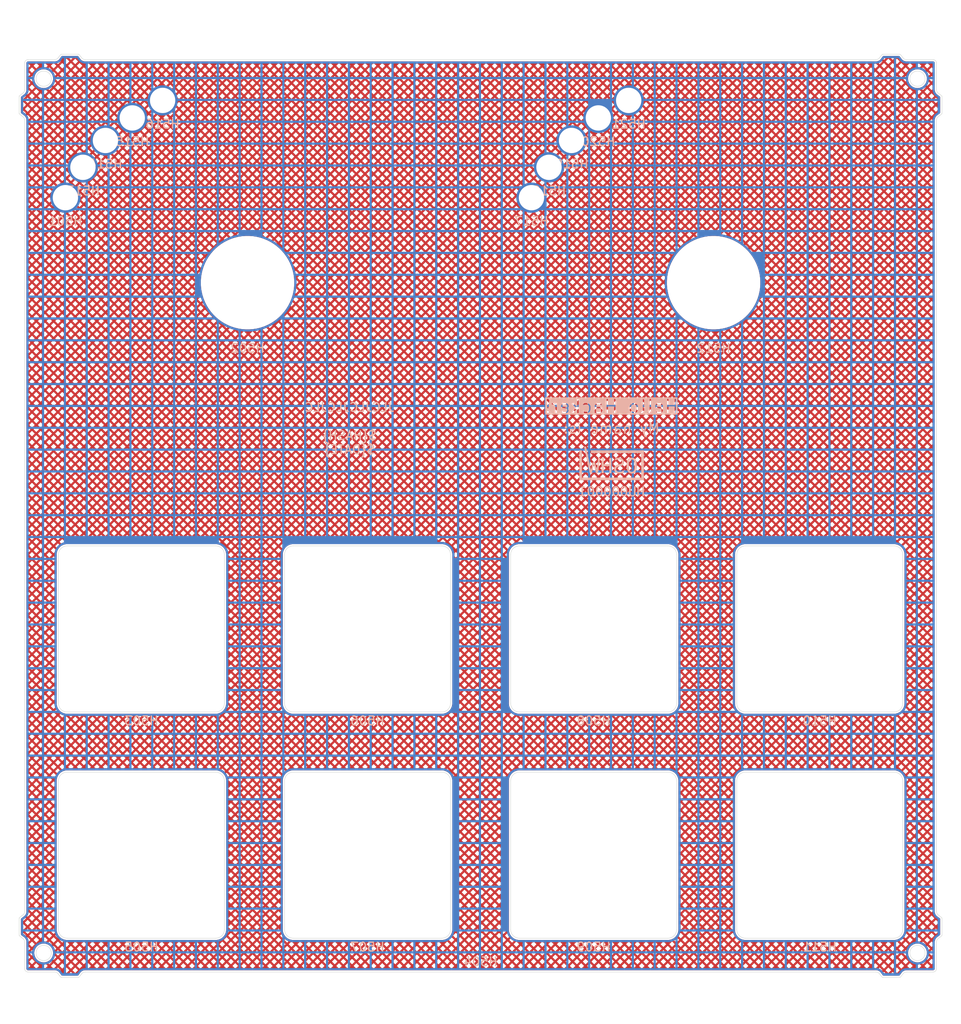
<source format=kicad_pcb>
(kicad_pcb (version 20241229) (generator "pcbnew") (generator_version "9.0")
  (layers (0 "F.Cu" signal) (2 "B.Cu" signal) (13 "F.Paste" user) (15 "B.Paste" user) (5 "F.SilkS" user "F.Silkscreen") (7 "B.SilkS" user "B.Silkscreen") (1 "F.Mask" user) (3 "B.Mask" user) (25 "Edge.Cuts" user))
  (net 0 "")
  (net 1 "GND")
  (footprint "suku_basics:FP_ENDLESS" (layer "F.Cu") (at 126.67 73.33)
    (property "Reference" "H512" (at 0 7.5 0) (layer "B.SilkS") (effects (justify mirror)))
    (property "Value" "Endless")
    (pad "" np_thru_hole circle (at 0 0 90) (size 1.5 1.5) (drill 10.5) (layers "*.Cu" "*.Mask"))
  )
  (footprint "suku_basics:FP_LED_TIGHT" (layer "F.Cu") (at 52.484921 63.60978)
    (property "Reference" "H501" (at 0 2.7 0) (layer "B.SilkS") (effects (justify mirror)))
    (property "Value" "LED")
    (pad "1" thru_hole circle (at 0 0 90) (size 3.1 3.1) (drill 2.9) (layers "*.Cu" "*.Mask") (net 1 "GND"))
  )
  (footprint "suku_basics:FP_LED_TIGHT" (layer "F.Cu") (at 110.406544 57.066544)
    (property "Reference" "H519" (at 0 2.7 0) (layer "B.SilkS") (effects (justify mirror)))
    (property "Value" "LED")
    (pad "1" thru_hole circle (at 0 0 90) (size 3.1 3.1) (drill 2.9) (layers "*.Cu" "*.Mask") (net 1 "GND"))
  )
  (footprint "suku_basics:FP_LED_TIGHT" (layer "F.Cu") (at 57.066544 57.066544)
    (property "Reference" "H514" (at 0 2.7 0) (layer "B.SilkS") (effects (justify mirror)))
    (property "Value" "LED")
    (pad "1" thru_hole circle (at 0 0 90) (size 3.1 3.1) (drill 2.9) (layers "*.Cu" "*.Mask") (net 1 "GND"))
  )
  (footprint "suku_basics:FP_BUTTON" (layer "F.Cu") (at 87.061875 138.814375)
    (property "Reference" "H507" (at 0 10.5 0) (layer "B.SilkS") (effects (justify mirror)))
    (property "Value" "Button")
    (fp_line (start -9.5 8.5) (end -9.5 -8.5) (stroke (width 0.05)) (layer "Edge.Cuts"))
    (fp_line (start -8.5 -9.5) (end 8.5 -9.5) (stroke (width 0.05)) (layer "Edge.Cuts"))
    (fp_line (start 8.5 9.5) (end -8.5 9.5) (stroke (width 0.05)) (layer "Edge.Cuts"))
    (fp_line (start 9.5 -8.5) (end 9.5 8.5) (stroke (width 0.05)) (layer "Edge.Cuts"))
    (fp_arc (start -9.5 -8.5) (mid -9.207089 -9.207089) (end -8.5 -9.5) (stroke (width 0.05)) (layer "Edge.Cuts"))
    (fp_arc (start -8.5 9.5) (mid -9.207114 9.207114) (end -9.5 8.5) (stroke (width 0.05)) (layer "Edge.Cuts"))
    (fp_arc (start 8.5 -9.5) (mid 9.207107 -9.207107) (end 9.5 -8.5) (stroke (width 0.05)) (layer "Edge.Cuts"))
    (fp_arc (start 9.5 8.5) (mid 9.207124 9.207124) (end 8.5 9.5) (stroke (width 0.05)) (layer "Edge.Cuts"))
  )
  (footprint "suku_basics:FP_BUTTON" (layer "F.Cu") (at 112.938125 112.938125)
    (property "Reference" "H508" (at 0 10.5 0) (layer "B.SilkS") (effects (justify mirror)))
    (property "Value" "Button")
    (fp_line (start -9.5 8.5) (end -9.5 -8.5) (stroke (width 0.05)) (layer "Edge.Cuts"))
    (fp_line (start -8.5 -9.5) (end 8.5 -9.5) (stroke (width 0.05)) (layer "Edge.Cuts"))
    (fp_line (start 8.5 9.5) (end -8.5 9.5) (stroke (width 0.05)) (layer "Edge.Cuts"))
    (fp_line (start 9.5 -8.5) (end 9.5 8.5) (stroke (width 0.05)) (layer "Edge.Cuts"))
    (fp_arc (start -9.5 -8.5) (mid -9.207089 -9.207089) (end -8.5 -9.5) (stroke (width 0.05)) (layer "Edge.Cuts"))
    (fp_arc (start -8.5 9.5) (mid -9.207114 9.207114) (end -9.5 8.5) (stroke (width 0.05)) (layer "Edge.Cuts"))
    (fp_arc (start 8.5 -9.5) (mid 9.207107 -9.207107) (end 9.5 -8.5) (stroke (width 0.05)) (layer "Edge.Cuts"))
    (fp_arc (start 9.5 8.5) (mid 9.207124 9.207124) (end 8.5 9.5) (stroke (width 0.05)) (layer "Edge.Cuts"))
  )
  (footprint "suku_basics:FP_BUTTON" (layer "F.Cu") (at 61.185625 138.814375)
    (property "Reference" "H505" (at 0 10.5 0) (layer "B.SilkS") (effects (justify mirror)))
    (property "Value" "Button")
    (fp_line (start -9.5 8.5) (end -9.5 -8.5) (stroke (width 0.05)) (layer "Edge.Cuts"))
    (fp_line (start -8.5 -9.5) (end 8.5 -9.5) (stroke (width 0.05)) (layer "Edge.Cuts"))
    (fp_line (start 8.5 9.5) (end -8.5 9.5) (stroke (width 0.05)) (layer "Edge.Cuts"))
    (fp_line (start 9.5 -8.5) (end 9.5 8.5) (stroke (width 0.05)) (layer "Edge.Cuts"))
    (fp_arc (start -9.5 -8.5) (mid -9.207089 -9.207089) (end -8.5 -9.5) (stroke (width 0.05)) (layer "Edge.Cuts"))
    (fp_arc (start -8.5 9.5) (mid -9.207114 9.207114) (end -9.5 8.5) (stroke (width 0.05)) (layer "Edge.Cuts"))
    (fp_arc (start 8.5 -9.5) (mid 9.207107 -9.207107) (end 9.5 -8.5) (stroke (width 0.05)) (layer "Edge.Cuts"))
    (fp_arc (start 9.5 8.5) (mid 9.207124 9.207124) (end 8.5 9.5) (stroke (width 0.05)) (layer "Edge.Cuts"))
  )
  (footprint "suku_basics:FP_BUTTON" (layer "F.Cu") (at 61.185625 112.938125)
    (property "Reference" "H503" (at 0 10.5 0) (layer "B.SilkS") (effects (justify mirror)))
    (property "Value" "Button")
    (fp_line (start -9.5 8.5) (end -9.5 -8.5) (stroke (width 0.05)) (layer "Edge.Cuts"))
    (fp_line (start -8.5 -9.5) (end 8.5 -9.5) (stroke (width 0.05)) (layer "Edge.Cuts"))
    (fp_line (start 8.5 9.5) (end -8.5 9.5) (stroke (width 0.05)) (layer "Edge.Cuts"))
    (fp_line (start 9.5 -8.5) (end 9.5 8.5) (stroke (width 0.05)) (layer "Edge.Cuts"))
    (fp_arc (start -9.5 -8.5) (mid -9.207089 -9.207089) (end -8.5 -9.5) (stroke (width 0.05)) (layer "Edge.Cuts"))
    (fp_arc (start -8.5 9.5) (mid -9.207114 9.207114) (end -9.5 8.5) (stroke (width 0.05)) (layer "Edge.Cuts"))
    (fp_arc (start 8.5 -9.5) (mid 9.207107 -9.207107) (end 9.5 -8.5) (stroke (width 0.05)) (layer "Edge.Cuts"))
    (fp_arc (start 9.5 8.5) (mid 9.207124 9.207124) (end 8.5 9.5) (stroke (width 0.05)) (layer "Edge.Cuts"))
  )
  (footprint "suku_basics:FP_LED_TIGHT" (layer "F.Cu") (at 116.94978 52.484921)
    (property "Reference" "H521" (at 0 2.7 0) (layer "B.SilkS") (effects (justify mirror)))
    (property "Value" "LED")
    (pad "1" thru_hole circle (at 0 0 90) (size 3.1 3.1) (drill 2.9) (layers "*.Cu" "*.Mask") (net 1 "GND"))
  )
  (footprint "suku_basics:FP_LED_TIGHT" (layer "F.Cu") (at 63.60978 52.484921)
    (property "Reference" "H516" (at 0 2.7 0) (layer "B.SilkS") (effects (justify mirror)))
    (property "Value" "LED")
    (pad "1" thru_hole circle (at 0 0 90) (size 3.1 3.1) (drill 2.9) (layers "*.Cu" "*.Mask") (net 1 "GND"))
  )
  (footprint "suku_basics:FP_BUTTON" (layer "F.Cu") (at 112.938125 138.814375)
    (property "Reference" "H509" (at 0 10.5 0) (layer "B.SilkS") (effects (justify mirror)))
    (property "Value" "Button")
    (fp_line (start -9.5 8.5) (end -9.5 -8.5) (stroke (width 0.05)) (layer "Edge.Cuts"))
    (fp_line (start -8.5 -9.5) (end 8.5 -9.5) (stroke (width 0.05)) (layer "Edge.Cuts"))
    (fp_line (start 8.5 9.5) (end -8.5 9.5) (stroke (width 0.05)) (layer "Edge.Cuts"))
    (fp_line (start 9.5 -8.5) (end 9.5 8.5) (stroke (width 0.05)) (layer "Edge.Cuts"))
    (fp_arc (start -9.5 -8.5) (mid -9.207089 -9.207089) (end -8.5 -9.5) (stroke (width 0.05)) (layer "Edge.Cuts"))
    (fp_arc (start -8.5 9.5) (mid -9.207114 9.207114) (end -9.5 8.5) (stroke (width 0.05)) (layer "Edge.Cuts"))
    (fp_arc (start 8.5 -9.5) (mid 9.207107 -9.207107) (end 9.5 -8.5) (stroke (width 0.05)) (layer "Edge.Cuts"))
    (fp_arc (start 9.5 8.5) (mid 9.207124 9.207124) (end 8.5 9.5) (stroke (width 0.05)) (layer "Edge.Cuts"))
  )
  (footprint "suku_basics:FP_BUTTON" (layer "F.Cu") (at 87.061875 112.938125)
    (property "Reference" "H506" (at 0 10.5 0) (layer "B.SilkS") (effects (justify mirror)))
    (property "Value" "Button")
    (fp_line (start -9.5 8.5) (end -9.5 -8.5) (stroke (width 0.05)) (layer "Edge.Cuts"))
    (fp_line (start -8.5 -9.5) (end 8.5 -9.5) (stroke (width 0.05)) (layer "Edge.Cuts"))
    (fp_line (start 8.5 9.5) (end -8.5 9.5) (stroke (width 0.05)) (layer "Edge.Cuts"))
    (fp_line (start 9.5 -8.5) (end 9.5 8.5) (stroke (width 0.05)) (layer "Edge.Cuts"))
    (fp_arc (start -9.5 -8.5) (mid -9.207089 -9.207089) (end -8.5 -9.5) (stroke (width 0.05)) (layer "Edge.Cuts"))
    (fp_arc (start -8.5 9.5) (mid -9.207114 9.207114) (end -9.5 8.5) (stroke (width 0.05)) (layer "Edge.Cuts"))
    (fp_arc (start 8.5 -9.5) (mid 9.207107 -9.207107) (end 9.5 -8.5) (stroke (width 0.05)) (layer "Edge.Cuts"))
    (fp_arc (start 9.5 8.5) (mid 9.207124 9.207124) (end 8.5 9.5) (stroke (width 0.05)) (layer "Edge.Cuts"))
  )
  (footprint "suku_basics:FP_LED_TIGHT" (layer "F.Cu") (at 107.829503 60.137742)
    (property "Reference" "H518" (at 0 2.7 0) (layer "B.SilkS") (effects (justify mirror)))
    (property "Value" "LED")
    (pad "1" thru_hole circle (at 0 0 90) (size 3.1 3.1) (drill 2.9) (layers "*.Cu" "*.Mask") (net 1 "GND"))
  )
  (footprint "suku_basics:FP_BUTTON" (layer "F.Cu") (at 138.814375 112.938125)
    (property "Reference" "H510" (at 0 10.5 0) (layer "B.SilkS") (effects (justify mirror)))
    (property "Value" "Button")
    (fp_line (start -9.5 8.5) (end -9.5 -8.5) (stroke (width 0.05)) (layer "Edge.Cuts"))
    (fp_line (start -8.5 -9.5) (end 8.5 -9.5) (stroke (width 0.05)) (layer "Edge.Cuts"))
    (fp_line (start 8.5 9.5) (end -8.5 9.5) (stroke (width 0.05)) (layer "Edge.Cuts"))
    (fp_line (start 9.5 -8.5) (end 9.5 8.5) (stroke (width 0.05)) (layer "Edge.Cuts"))
    (fp_arc (start -9.5 -8.5) (mid -9.207089 -9.207089) (end -8.5 -9.5) (stroke (width 0.05)) (layer "Edge.Cuts"))
    (fp_arc (start -8.5 9.5) (mid -9.207114 9.207114) (end -9.5 8.5) (stroke (width 0.05)) (layer "Edge.Cuts"))
    (fp_arc (start 8.5 -9.5) (mid 9.207107 -9.207107) (end 9.5 -8.5) (stroke (width 0.05)) (layer "Edge.Cuts"))
    (fp_arc (start 9.5 8.5) (mid 9.207124 9.207124) (end 8.5 9.5) (stroke (width 0.05)) (layer "Edge.Cuts"))
  )
  (footprint "suku_basics:FP_OUTLINE_2" (layer "F.Cu") (at 100 100)
    (property "Reference" "H504" (at 0 51 0) (layer "B.SilkS") (effects (justify mirror)))
    (property "Value" "Outline")
    (fp_line (start -52.799999 -46.000001) (end -52.799999 -47.999999) (stroke (width 0.05)) (layer "Edge.Cuts"))
    (fp_line (start -52.799999 46.000001) (end -52.799999 47.999999) (stroke (width 0.05)) (layer "Edge.Cuts"))
    (fp_line (start -52.391736 -48.337979) (end -52.52462 -48.23693) (stroke (width 0.05)) (layer "Edge.Cuts"))
    (fp_line (start -52.391736 -45.662021) (end -52.52462 -45.76307) (stroke (width 0.05)) (layer "Edge.Cuts"))
    (fp_line (start -52.391736 45.662021) (end -52.52462 45.76307) (stroke (width 0.05)) (layer "Edge.Cuts"))
    (fp_line (start -52.391736 48.337979) (end -52.52462 48.23693) (stroke (width 0.05)) (layer "Edge.Cuts"))
    (fp_line (start -52.175 -48.75) (end -52.175 -51.8) (stroke (width 0.05)) (layer "Edge.Cuts"))
    (fp_line (start -52.175 45.25) (end -52.175 -45.25) (stroke (width 0.05)) (layer "Edge.Cuts"))
    (fp_line (start -52.175 48.75) (end -52.175 51.8) (stroke (width 0.05)) (layer "Edge.Cuts"))
    (fp_line (start -48.75 -52.175) (end -51.8 -52.175) (stroke (width 0.05)) (layer "Edge.Cuts"))
    (fp_line (start -48.75 52.175) (end -51.8 52.175) (stroke (width 0.05)) (layer "Edge.Cuts"))
    (fp_line (start -48.337979 -52.391736) (end -48.23693 -52.52462) (stroke (width 0.05)) (layer "Edge.Cuts"))
    (fp_line (start -48.337979 52.391736) (end -48.23693 52.52462) (stroke (width 0.05)) (layer "Edge.Cuts"))
    (fp_line (start -46.000001 -52.799999) (end -47.999999 -52.799999) (stroke (width 0.05)) (layer "Edge.Cuts"))
    (fp_line (start -46.000001 52.799999) (end -47.999999 52.799999) (stroke (width 0.05)) (layer "Edge.Cuts"))
    (fp_line (start -45.662021 -52.391736) (end -45.76307 -52.52462) (stroke (width 0.05)) (layer "Edge.Cuts"))
    (fp_line (start -45.662021 52.391736) (end -45.76307 52.52462) (stroke (width 0.05)) (layer "Edge.Cuts"))
    (fp_line (start -45.25 -52.175) (end 45.25 -52.175) (stroke (width 0.05)) (layer "Edge.Cuts"))
    (fp_line (start 45.25 52.175) (end -45.25 52.175) (stroke (width 0.05)) (layer "Edge.Cuts"))
    (fp_line (start 45.662021 -52.391736) (end 45.76307 -52.52462) (stroke (width 0.05)) (layer "Edge.Cuts"))
    (fp_line (start 45.662021 52.391736) (end 45.76307 52.52462) (stroke (width 0.05)) (layer "Edge.Cuts"))
    (fp_line (start 46.000001 -52.799999) (end 47.999999 -52.799999) (stroke (width 0.05)) (layer "Edge.Cuts"))
    (fp_line (start 46.000001 52.799999) (end 47.999999 52.799999) (stroke (width 0.05)) (layer "Edge.Cuts"))
    (fp_line (start 48.337979 -52.391736) (end 48.23693 -52.52462) (stroke (width 0.05)) (layer "Edge.Cuts"))
    (fp_line (start 48.337979 52.391736) (end 48.23693 52.52462) (stroke (width 0.05)) (layer "Edge.Cuts"))
    (fp_line (start 48.75 -52.175) (end 51.8 -52.175) (stroke (width 0.05)) (layer "Edge.Cuts"))
    (fp_line (start 48.75 52.175) (end 51.8 52.175) (stroke (width 0.05)) (layer "Edge.Cuts"))
    (fp_line (start 52.175 -48.75) (end 52.175 -51.8) (stroke (width 0.05)) (layer "Edge.Cuts"))
    (fp_line (start 52.175 -45.25) (end 52.175 45.25) (stroke (width 0.05)) (layer "Edge.Cuts"))
    (fp_line (start 52.175 48.75) (end 52.175 51.8) (stroke (width 0.05)) (layer "Edge.Cuts"))
    (fp_line (start 52.391736 -48.337979) (end 52.52462 -48.23693) (stroke (width 0.05)) (layer "Edge.Cuts"))
    (fp_line (start 52.391736 -45.662021) (end 52.52462 -45.76307) (stroke (width 0.05)) (layer "Edge.Cuts"))
    (fp_line (start 52.391736 45.662021) (end 52.52462 45.76307) (stroke (width 0.05)) (layer "Edge.Cuts"))
    (fp_line (start 52.391736 48.337979) (end 52.52462 48.23693) (stroke (width 0.05)) (layer "Edge.Cuts"))
    (fp_line (start 52.799999 -46.000001) (end 52.799999 -47.999999) (stroke (width 0.05)) (layer "Edge.Cuts"))
    (fp_line (start 52.799999 46.000001) (end 52.799999 47.999999) (stroke (width 0.05)) (layer "Edge.Cuts"))
    (fp_arc (start -52.799999 -47.999999) (mid -52.669574 -48.126908) (end -52.52462 -48.23693) (stroke (width 0.05)) (layer "Edge.Cuts"))
    (fp_arc (start -52.799999 46.000001) (mid -52.669574 45.873092) (end -52.52462 45.76307) (stroke (width 0.05)) (layer "Edge.Cuts"))
    (fp_arc (start -52.52462 -45.76307) (mid -52.669574 -45.873092) (end -52.799999 -46.000001) (stroke (width 0.05)) (layer "Edge.Cuts"))
    (fp_arc (start -52.52462 48.23693) (mid -52.669574 48.126908) (end -52.799999 47.999999) (stroke (width 0.05)) (layer "Edge.Cuts"))
    (fp_arc (start -52.391736 -45.662021) (mid -52.232489 -45.482774) (end -52.175 -45.25) (stroke (width 0.05)) (layer "Edge.Cuts"))
    (fp_arc (start -52.391736 48.337979) (mid -52.232489 48.517226) (end -52.175 48.75) (stroke (width 0.05)) (layer "Edge.Cuts"))
    (fp_arc (start -52.175 -51.8) (mid -52.065165 -52.065165) (end -51.8 -52.175) (stroke (width 0.05)) (layer "Edge.Cuts"))
    (fp_arc (start -52.175 -48.75) (mid -52.232489 -48.517226) (end -52.391736 -48.337979) (stroke (width 0.05)) (layer "Edge.Cuts"))
    (fp_arc (start -52.175 45.25) (mid -52.232489 45.482774) (end -52.391736 45.662021) (stroke (width 0.05)) (layer "Edge.Cuts"))
    (fp_arc (start -51.8 52.175) (mid -52.065165 52.065165) (end -52.175 51.8) (stroke (width 0.05)) (layer "Edge.Cuts"))
    (fp_arc (start -48.75 52.175) (mid -48.517226 52.232489) (end -48.337979 52.391736) (stroke (width 0.05)) (layer "Edge.Cuts"))
    (fp_arc (start -48.337979 -52.391736) (mid -48.517226 -52.232489) (end -48.75 -52.175) (stroke (width 0.05)) (layer "Edge.Cuts"))
    (fp_arc (start -48.23693 -52.52462) (mid -48.126908 -52.669574) (end -47.999999 -52.799999) (stroke (width 0.05)) (layer "Edge.Cuts"))
    (fp_arc (start -47.999999 52.799999) (mid -48.126908 52.669574) (end -48.23693 52.52462) (stroke (width 0.05)) (layer "Edge.Cuts"))
    (fp_arc (start -46.000001 -52.799999) (mid -45.873092 -52.669574) (end -45.76307 -52.52462) (stroke (width 0.05)) (layer "Edge.Cuts"))
    (fp_arc (start -45.76307 52.52462) (mid -45.873092 52.669574) (end -46.000001 52.799999) (stroke (width 0.05)) (layer "Edge.Cuts"))
    (fp_arc (start -45.662021 52.391736) (mid -45.482774 52.232489) (end -45.25 52.175) (stroke (width 0.05)) (layer "Edge.Cuts"))
    (fp_arc (start -45.25 -52.175) (mid -45.482774 -52.232489) (end -45.662021 -52.391736) (stroke (width 0.05)) (layer "Edge.Cuts"))
    (fp_arc (start 45.25 52.175) (mid 45.482775 52.232489) (end 45.662021 52.391736) (stroke (width 0.05)) (layer "Edge.Cuts"))
    (fp_arc (start 45.662021 -52.391736) (mid 45.482774 -52.232489) (end 45.25 -52.175) (stroke (width 0.05)) (layer "Edge.Cuts"))
    (fp_arc (start 45.76307 -52.52462) (mid 45.873092 -52.669574) (end 46.000001 -52.799999) (stroke (width 0.05)) (layer "Edge.Cuts"))
    (fp_arc (start 46.000001 52.799999) (mid 45.873092 52.669574) (end 45.76307 52.52462) (stroke (width 0.05)) (layer "Edge.Cuts"))
    (fp_arc (start 47.999999 -52.799999) (mid 48.126908 -52.669574) (end 48.23693 -52.52462) (stroke (width 0.05)) (layer "Edge.Cuts"))
    (fp_arc (start 48.23693 52.52462) (mid 48.126908 52.669574) (end 47.999999 52.799999) (stroke (width 0.05)) (layer "Edge.Cuts"))
    (fp_arc (start 48.337979 52.391736) (mid 48.517226 52.232489) (end 48.75 52.175) (stroke (width 0.05)) (layer "Edge.Cuts"))
    (fp_arc (start 48.75 -52.175) (mid 48.517225 -52.232489) (end 48.337979 -52.391736) (stroke (width 0.05)) (layer "Edge.Cuts"))
    (fp_arc (start 51.8 -52.175) (mid 52.065165 -52.065165) (end 52.175 -51.8) (stroke (width 0.05)) (layer "Edge.Cuts"))
    (fp_arc (start 52.175 -45.25) (mid 52.232489 -45.482775) (end 52.391736 -45.662021) (stroke (width 0.05)) (layer "Edge.Cuts"))
    (fp_arc (start 52.175 48.75) (mid 52.232489 48.517225) (end 52.391736 48.337979) (stroke (width 0.05)) (layer "Edge.Cuts"))
    (fp_arc (start 52.175 51.8) (mid 52.065165 52.065165) (end 51.8 52.175) (stroke (width 0.05)) (layer "Edge.Cuts"))
    (fp_arc (start 52.391736 -48.337979) (mid 52.232489 -48.517226) (end 52.175 -48.75) (stroke (width 0.05)) (layer "Edge.Cuts"))
    (fp_arc (start 52.391736 45.662021) (mid 52.232489 45.482774) (end 52.175 45.25) (stroke (width 0.05)) (layer "Edge.Cuts"))
    (fp_arc (start 52.52462 -48.23693) (mid 52.669574 -48.126908) (end 52.799999 -47.999999) (stroke (width 0.05)) (layer "Edge.Cuts"))
    (fp_arc (start 52.52462 45.76307) (mid 52.669574 45.873092) (end 52.799999 46.000001) (stroke (width 0.05)) (layer "Edge.Cuts"))
    (fp_arc (start 52.799999 -46.000001) (mid 52.669574 -45.873092) (end 52.52462 -45.76307) (stroke (width 0.05)) (layer "Edge.Cuts"))
    (fp_arc (start 52.799999 47.999999) (mid 52.669574 48.126908) (end 52.52462 48.23693) (stroke (width 0.05)) (layer "Edge.Cuts"))
    (fp_circle (center -50 -50) (end -49.125 -50) (stroke (width 0.05)) (fill no) (layer "Edge.Cuts"))
    (fp_circle (center -50 50) (end -49.125 50) (stroke (width 0.05)) (fill no) (layer "Edge.Cuts"))
    (fp_circle (center 50 -50) (end 50.875 -50) (stroke (width 0.05)) (fill no) (layer "Edge.Cuts"))
    (fp_circle (center 50 50) (end 50.875 50) (stroke (width 0.05)) (fill no) (layer "Edge.Cuts"))
  )
  (footprint "suku_basics:FP_LED_TIGHT" (layer "F.Cu") (at 105.824921 63.60978)
    (property "Reference" "H517" (at 0 2.7 0) (layer "B.SilkS") (effects (justify mirror)))
    (property "Value" "LED")
    (pad "1" thru_hole circle (at 0 0 90) (size 3.1 3.1) (drill 2.9) (layers "*.Cu" "*.Mask") (net 1 "GND"))
  )
  (footprint "suku_basics:FP_BUTTON" (layer "F.Cu") (at 138.814375 138.814375)
    (property "Reference" "H511" (at 0 10.5 0) (layer "B.SilkS") (effects (justify mirror)))
    (property "Value" "Button")
    (fp_line (start -9.5 8.5) (end -9.5 -8.5) (stroke (width 0.05)) (layer "Edge.Cuts"))
    (fp_line (start -8.5 -9.5) (end 8.5 -9.5) (stroke (width 0.05)) (layer "Edge.Cuts"))
    (fp_line (start 8.5 9.5) (end -8.5 9.5) (stroke (width 0.05)) (layer "Edge.Cuts"))
    (fp_line (start 9.5 -8.5) (end 9.5 8.5) (stroke (width 0.05)) (layer "Edge.Cuts"))
    (fp_arc (start -9.5 -8.5) (mid -9.207089 -9.207089) (end -8.5 -9.5) (stroke (width 0.05)) (layer "Edge.Cuts"))
    (fp_arc (start -8.5 9.5) (mid -9.207114 9.207114) (end -9.5 8.5) (stroke (width 0.05)) (layer "Edge.Cuts"))
    (fp_arc (start 8.5 -9.5) (mid 9.207107 -9.207107) (end 9.5 -8.5) (stroke (width 0.05)) (layer "Edge.Cuts"))
    (fp_arc (start 9.5 8.5) (mid 9.207124 9.207124) (end 8.5 9.5) (stroke (width 0.05)) (layer "Edge.Cuts"))
  )
  (footprint "suku_basics:FP_ENDLESS" (layer "F.Cu") (at 73.33 73.33)
    (property "Reference" "H502" (at 0 7.5 0) (layer "B.SilkS") (effects (justify mirror)))
    (property "Value" "Endless")
    (pad "" np_thru_hole circle (at 0 0 90) (size 1.5 1.5) (drill 10.5) (layers "*.Cu" "*.Mask"))
  )
  (footprint "suku_basics:FP_LED_TIGHT" (layer "F.Cu") (at 54.489503 60.137742)
    (property "Reference" "H513" (at 0 2.7 0) (layer "B.SilkS") (effects (justify mirror)))
    (property "Value" "LED")
    (pad "1" thru_hole circle (at 0 0 90) (size 3.1 3.1) (drill 2.9) (layers "*.Cu" "*.Mask") (net 1 "GND"))
  )
  (footprint "suku_basics:FP_LED_TIGHT" (layer "F.Cu") (at 60.137742 54.489503)
    (property "Reference" "H515" (at 0 2.7 0) (layer "B.SilkS") (effects (justify mirror)))
    (property "Value" "LED")
    (pad "1" thru_hole circle (at 0 0 90) (size 3.1 3.1) (drill 2.9) (layers "*.Cu" "*.Mask") (net 1 "GND"))
  )
  (footprint "suku_basics:FP_LED_TIGHT" (layer "F.Cu") (at 113.477742 54.489503)
    (property "Reference" "H520" (at 0 2.7 0) (layer "B.SilkS") (effects (justify mirror)))
    (property "Value" "LED")
    (pad "1" thru_hole circle (at 0 0 90) (size 3.1 3.1) (drill 2.9) (layers "*.Cu" "*.Mask") (net 1 "GND"))
  )
  (footprint "suku_basics:OSHWA" (layer "B.Cu") (at 115 95 180)
    (property "Reference" "H522" (hide yes))
    (property "Value" "Outline" (hide yes))
    (fp_poly (pts (xy 3.689316 -0.925456) (xy -3.689315 -0.925456) (xy -3.689315 2.488724) (xy 2.37617 2.488724) (xy 2.37617 2.176071) (xy -3.389168 2.176071) (xy -3.389168 -0.625308) (xy 3.389071 -0.625308) (xy 3.392246 0.928582) (xy 3.395421 2.482471) (xy 3.542369 2.485995) (xy 3.689316 2.489518)) (fill yes) (layer "B.SilkS"))
    (fp_poly (pts (xy 0.146948 1.623126) (xy 0.268883 1.619547) (xy 0.275519 0.900443) (xy 0.91295 0.900443) (xy 0.91295 1.6258) (xy 1.150567 1.6258) (xy 1.150567 -0.125062) (xy 0.91295 -0.125062) (xy 0.91295 0.700344) (xy 0.275136 0.700344) (xy 0.275136 -0.125062) (xy 0.025013 -0.125062) (xy 0.025013 1.626706)) (fill yes) (layer "B.SilkS"))
    (fp_poly (pts (xy -3.526735 -2.088528) (xy -3.101526 -2.088528) (xy -3.101526 -1.613294) (xy -2.951452 -1.613294) (xy -2.951452 -2.763861) (xy -3.101038 -2.763861) (xy -3.104409 -2.491852) (xy -3.107779 -2.219843) (xy -3.526735 -2.212985) (xy -3.526735 -2.763861) (xy -3.689315 -2.763861) (xy -3.689315 -1.613294) (xy -3.526735 -1.613294)) (fill yes) (layer "B.SilkS"))
    (fp_poly (pts (xy 2.423363 -2.099022) (xy 2.455397 -2.12638) (xy 2.472875 -2.164417) (xy 2.473375 -2.206947) (xy 2.454476 -2.247785) (xy 2.445522 -2.25793) (xy 2.405042 -2.283341) (xy 2.360014 -2.288196) (xy 2.318075 -2.272398) (xy 2.303313 -2.259682) (xy 2.278977 -2.218539) (xy 2.275667 -2.175058) (xy 2.290781 -2.135108) (xy 2.321718 -2.104558) (xy 2.365875 -2.089276) (xy 2.379195 -2.088528)) (fill yes) (layer "B.SilkS"))
    (fp_poly (pts (xy 1.472895 -2.099022) (xy 1.504929 -2.12638) (xy 1.522407 -2.164417) (xy 1.522907 -2.206947) (xy 1.504008 -2.247785) (xy 1.495054 -2.25793) (xy 1.454575 -2.283341) (xy 1.409546 -2.288196) (xy 1.367607 -2.272398) (xy 1.352845 -2.259682) (xy 1.328509 -2.218539) (xy 1.325199 -2.175058) (xy 1.340313 -2.135108) (xy 1.37125 -2.104558) (xy 1.415407 -2.089276) (xy 1.428727 -2.088528)) (fill yes) (layer "B.SilkS"))
    (fp_poly (pts (xy 0.522427 -2.099022) (xy 0.554461 -2.12638) (xy 0.571939 -2.164417) (xy 0.57244 -2.206947) (xy 0.55354 -2.247785) (xy 0.544587 -2.25793) (xy 0.504107 -2.283341) (xy 0.459078 -2.288196) (xy 0.417139 -2.272398) (xy 0.402377 -2.259682) (xy 0.378041 -2.218539) (xy 0.374731 -2.175058) (xy 0.389846 -2.135108) (xy 0.420782 -2.104558) (xy 0.464939 -2.089276) (xy 0.478259 -2.088528)) (fill yes) (layer "B.SilkS"))
    (fp_poly (pts (xy -0.428041 -2.099022) (xy -0.396007 -2.12638) (xy -0.378529 -2.164417) (xy -0.378028 -2.206947) (xy -0.396927 -2.247785) (xy -0.405881 -2.25793) (xy -0.446361 -2.283341) (xy -0.491389 -2.288196) (xy -0.533328 -2.272398) (xy -0.54809 -2.259682) (xy -0.572426 -2.218539) (xy -0.575736 -2.175058) (xy -0.560622 -2.135108) (xy -0.529686 -2.104558) (xy -0.485529 -2.089276) (xy -0.472209 -2.088528)) (fill yes) (layer "B.SilkS"))
    (fp_poly (pts (xy -1.366002 -2.099022) (xy -1.333968 -2.12638) (xy -1.31649 -2.164417) (xy -1.31599 -2.206947) (xy -1.334889 -2.247785) (xy -1.343843 -2.25793) (xy -1.384322 -2.283341) (xy -1.429351 -2.288196) (xy -1.47129 -2.272398) (xy -1.486052 -2.259682) (xy -1.510388 -2.218539) (xy -1.513698 -2.175058) (xy -1.498584 -2.135108) (xy -1.467647 -2.104558) (xy -1.42349 -2.089276) (xy -1.41017 -2.088528)) (fill yes) (layer "B.SilkS"))
    (fp_poly (pts (xy 3.439193 -2.626293) (xy 3.67681 -2.626293) (xy 3.67681 -2.763861) (xy 3.037689 -2.763861) (xy 3.041469 -2.698203) (xy 3.045249 -2.632546) (xy 3.167184 -2.628966) (xy 3.289119 -2.625387) (xy 3.289119 -2.194378) (xy 3.288777 -2.074495) (xy 3.287778 -1.971946) (xy 3.286163 -1.888188) (xy 3.283972 -1.824679) (xy 3.281247 -1.782877) (xy 3.278027 -1.76424) (xy 3.277097 -1.763368) (xy 3.260168 -1.766055) (xy 3.225245 -1.773232) (xy 3.178662 -1.78357) (xy 3.157804 -1.78838) (xy 3.108191 -1.799632) (xy 3.067562 -1.808258) (xy 3.042296 -1.81293) (xy 3.037888 -1.813393) (xy 3.031169 -1.801857) (xy 3.028386 -1.770697) (xy 3.028992 -1.742407) (xy 3.032743 -1.671421) (xy 3.157804 -1.642959) (xy 3.221273 -1.630301) (xy 3.285815 -1.620393) (xy 3.341191 -1.614699) (xy 3.361029 -1.613896) (xy 3.439193 -1.613294)) (fill yes) (layer "B.SilkS"))
    (fp_poly (pts (xy -2.561065 -2.0883) (xy -2.557508 -2.563306) (xy -2.519948 -2.600854) (xy -2.471266 -2.633373) (xy -2.409462 -2.651483) (xy -2.342226 -2.654652) (xy -2.277249 -2.642346) (xy -2.231814 -2.62084) (xy -2.214905 -2.608756) (xy -2.201041 -2.59515) (xy -2.189922 -2.577563) (xy -2.181246 -2.553532) (xy -2.17471 -2.520598) (xy -2.170015 -2.4763) (xy -2.166857 -2.418177) (xy -2.164936 -2.343768) (xy -2.16395 -2.250614) (xy -2.163598 -2.136253) (xy -2.163564 -2.063918) (xy -2.163564 -1.613294) (xy -1.998864 -1.613294) (xy -2.004222 -2.072895) (xy -2.006032 -2.205355) (xy -2.008145 -2.314667) (xy -2.01064 -2.402695) (xy -2.0136 -2.471303) (xy -2.017104 -2.522353) (xy -2.021235 -2.557709) (xy -2.026072 -2.579236) (xy -2.026235 -2.579707) (xy -2.061961 -2.646483) (xy -2.11637 -2.704712) (xy -2.18322 -2.74789) (xy -2.191159 -2.751482) (xy -2.248615 -2.76959) (xy -2.317403 -2.781305) (xy -2.387483 -2.785695) (xy -2.448813 -2.781827) (xy -2.469965 -2.7774) (xy -2.559864 -2.741802) (xy -2.631084 -2.690092) (xy -2.68309 -2.622692) (xy -2.694035 -2.60128) (xy -2.700795 -2.585557) (xy -2.706311 -2.568715) (xy -2.710737 -2.548089) (xy -2.714227 -2.52101) (xy -2.716934 -2.484812) (xy -2.719011 -2.436829) (xy -2.720611 -2.374392) (xy -2.721887 -2.294836) (xy -2.722993 -2.195492) (xy -2.724036 -2.079149) (xy -2.727983 -1.613294) (xy -2.564621 -1.613294)) (fill yes) (layer "B.SilkS"))
    (fp_poly (pts (xy 2.479267 -1.612912) (xy 2.544266 -1.637705) (xy 2.599169 -1.679949) (xy 2.633148 -1.719274) (xy 2.674326 -1.78977) (xy 2.706844 -1.879346) (xy 2.730172 -1.983428) (xy 2.743778 -2.09744) (xy 2.74713 -2.216809) (xy 2.739698 -2.336958) (xy 2.720951 -2.453315) (xy 2.719279 -2.460853) (xy 2.685784 -2.566283) (xy 2.637453 -2.652461) (xy 2.574704 -2.718771) (xy 2.520358 -2.754112) (xy 2.462001 -2.774198) (xy 2.391637 -2.783817) (xy 2.320306 -2.782224) (xy 2.266388 -2.771248) (xy 2.190068 -2.734152) (xy 2.12676 -2.676662) (xy 2.07604 -2.598241) (xy 2.037481 -2.498348) (xy 2.029936 -2.47091) (xy 2.018323 -2.407332) (xy 2.010576 -2.326836) (xy 2.006695 -2.23636) (xy 2.006682 -2.144806) (xy 2.167182 -2.144806) (xy 2.16743 -2.28475) (xy 2.177721 -2.402029) (xy 2.198129 -2.496918) (xy 2.228728 -2.569692) (xy 2.269592 -2.620626) (xy 2.3012 -2.641906) (xy 2.354246 -2.66084) (xy 2.403413 -2.659264) (xy 2.446617 -2.643425) (xy 2.48408 -2.616016) (xy 2.516627 -2.575561) (xy 2.519016 -2.571514) (xy 2.542248 -2.52449) (xy 2.559405 -2.473242) (xy 2.57121 -2.413306) (xy 2.578386 -2.340213) (xy 2.581657 -2.249498) (xy 2.58204 -2.182324) (xy 2.579984 -2.074424) (xy 2.573824 -1.987609) (xy 2.562709 -1.918165) (xy 2.545787 -1.862378) (xy 2.522209 -1.816533) (xy 2.491124 -1.776917) (xy 2.488534 -1.774164) (xy 2.458625 -1.745356) (xy 2.432972 -1.73103) (xy 2.400092 -1.726228) (xy 2.376635 -1.72585) (xy 2.335154 -1.727808) (xy 2.306456 -1.736951) (xy 2.278799 -1.75818) (xy 2.263454 -1.773092) (xy 2.232664 -1.809168) (xy 2.20913 -1.850513) (xy 2.19183 -1.901075) (xy 2.179739 -1.964803) (xy 2.171835 -2.045647) (xy 2.167182 -2.144806) (xy 2.006682 -2.144806) (xy 2.006682 -2.142843) (xy 2.010537 -2.053224) (xy 2.018263 -1.97444) (xy 2.029855 -1.913442) (xy 2.059663 -1.823267) (xy 2.096259 -1.751266) (xy 2.143074 -1.690827) (xy 2.148311 -1.685308) (xy 2.199716 -1.642072) (xy 2.257261 -1.615278) (xy 2.326695 -1.60302) (xy 2.398093 -1.602551)) (fill yes) (layer "B.SilkS"))
    (fp_poly (pts (xy 1.528799 -1.612912) (xy 1.593798 -1.637705) (xy 1.648701 -1.679949) (xy 1.68268 -1.719274) (xy 1.723858 -1.78977) (xy 1.756376 -1.879346) (xy 1.779704 -1.983428) (xy 1.79331 -2.09744) (xy 1.796663 -2.216809) (xy 1.789231 -2.336958) (xy 1.770483 -2.453315) (xy 1.768811 -2.460853) (xy 1.735316 -2.566283) (xy 1.686986 -2.652461) (xy 1.624236 -2.718771) (xy 1.569891 -2.754112) (xy 1.511533 -2.774198) (xy 1.44117 -2.783817) (xy 1.369838 -2.782224) (xy 1.31592 -2.771248) (xy 1.239601 -2.734152) (xy 1.176293 -2.676662) (xy 1.125572 -2.598241) (xy 1.087013 -2.498348) (xy 1.079469 -2.47091) (xy 1.067856 -2.407332) (xy 1.060108 -2.326836) (xy 1.056227 -2.23636) (xy 1.056214 -2.144806) (xy 1.216714 -2.144806) (xy 1.216962 -2.28475) (xy 1.227253 -2.402029) (xy 1.247661 -2.496918) (xy 1.27826 -2.569692) (xy 1.319124 -2.620626) (xy 1.350732 -2.641906) (xy 1.403779 -2.66084) (xy 1.452946 -2.659264) (xy 1.496149 -2.643425) (xy 1.533612 -2.616016) (xy 1.566159 -2.575561) (xy 1.568548 -2.571514) (xy 1.59178 -2.52449) (xy 1.608937 -2.473242) (xy 1.620742 -2.413306) (xy 1.627918 -2.340213) (xy 1.631189 -2.249498) (xy 1.631572 -2.182324) (xy 1.629516 -2.074424) (xy 1.623356 -1.987609) (xy 1.612241 -1.918165) (xy 1.59532 -1.862378) (xy 1.571742 -1.816533) (xy 1.540656 -1.776917) (xy 1.538066 -1.774164) (xy 1.508157 -1.745356) (xy 1.482504 -1.73103) (xy 1.449624 -1.726228) (xy 1.426167 -1.72585) (xy 1.384686 -1.727808) (xy 1.355988 -1.736951) (xy 1.328331 -1.75818) (xy 1.312986 -1.773092) (xy 1.282196 -1.809168) (xy 1.258663 -1.850513) (xy 1.241362 -1.901075) (xy 1.229271 -1.964803) (xy 1.221368 -2.045647) (xy 1.216714 -2.144806) (xy 1.056214 -2.144806) (xy 1.056214 -2.142843) (xy 1.06007 -2.053224) (xy 1.067795 -1.97444) (xy 1.079387 -1.913442) (xy 1.109196 -1.823267) (xy 1.145791 -1.751266) (xy 1.192606 -1.690827) (xy 1.197843 -1.685308) (xy 1.249248 -1.642072) (xy 1.306793 -1.615278) (xy 1.376227 -1.60302) (xy 1.447625 -1.602551)) (fill yes) (layer "B.SilkS"))
    (fp_poly (pts (xy 0.578332 -1.612912) (xy 0.64333 -1.637705) (xy 0.698234 -1.679949) (xy 0.732212 -1.719274) (xy 0.77339 -1.78977) (xy 0.805908 -1.879346) (xy 0.829236 -1.983428) (xy 0.842842 -2.09744) (xy 0.846195 -2.216809) (xy 0.838763 -2.336958) (xy 0.820015 -2.453315) (xy 0.818343 -2.460853) (xy 0.784848 -2.566283) (xy 0.736518 -2.652461) (xy 0.673769 -2.718771) (xy 0.619423 -2.754112) (xy 0.561066 -2.774198) (xy 0.490702 -2.783817) (xy 0.41937 -2.782224) (xy 0.365453 -2.771248) (xy 0.289133 -2.734152) (xy 0.225825 -2.676662) (xy 0.175104 -2.598241) (xy 0.136546 -2.498348) (xy 0.129001 -2.47091) (xy 0.117388 -2.407332) (xy 0.10964 -2.326836) (xy 0.10576 -2.23636) (xy 0.105746 -2.144806) (xy 0.266246 -2.144806) (xy 0.266494 -2.28475) (xy 0.276785 -2.402029) (xy 0.297193 -2.496918) (xy 0.327792 -2.569692) (xy 0.368656 -2.620626) (xy 0.400264 -2.641906) (xy 0.453311 -2.66084) (xy 0.502478 -2.659264) (xy 0.545681 -2.643425) (xy 0.583144 -2.616016) (xy 0.615692 -2.575561) (xy 0.61808 -2.571514) (xy 0.641313 -2.52449) (xy 0.65847 -2.473242) (xy 0.670275 -2.413306) (xy 0.677451 -2.340213) (xy 0.680721 -2.249498) (xy 0.681105 -2.182324) (xy 0.679048 -2.074424) (xy 0.672888 -1.987609) (xy 0.661773 -1.918165) (xy 0.644852 -1.862378) (xy 0.621274 -1.816533) (xy 0.590188 -1.776917) (xy 0.587598 -1.774164) (xy 0.557689 -1.745356) (xy 0.532036 -1.73103) (xy 0.499156 -1.726228) (xy 0.475699 -1.72585) (xy 0.434218 -1.727808) (xy 0.40552 -1.736951) (xy 0.377863 -1.75818) (xy 0.362518 -1.773092) (xy 0.331729 -1.809168) (xy 0.308195 -1.850513) (xy 0.290894 -1.901075) (xy 0.278803 -1.964803) (xy 0.2709 -2.045647) (xy 0.266246 -2.144806) (xy 0.105746 -2.144806) (xy 0.105746 -2.142843) (xy 0.109602 -2.053224) (xy 0.117327 -1.97444) (xy 0.12892 -1.913442) (xy 0.158728 -1.823267) (xy 0.195323 -1.751266) (xy 0.242139 -1.690827) (xy 0.247376 -1.685308) (xy 0.29878 -1.642072) (xy 0.356326 -1.615278) (xy 0.42576 -1.60302) (xy 0.497157 -1.602551)) (fill yes) (layer "B.SilkS"))
    (fp_poly (pts (xy -0.372136 -1.612912) (xy -0.307138 -1.637705) (xy -0.252234 -1.679949) (xy -0.218255 -1.719274) (xy -0.177078 -1.78977) (xy -0.144559 -1.879346) (xy -0.121231 -1.983428) (xy -0.107626 -2.09744) (xy -0.104273 -2.216809) (xy -0.111705 -2.336958) (xy -0.130453 -2.453315) (xy -0.132124 -2.460853) (xy -0.165619 -2.566283) (xy -0.21395 -2.652461) (xy -0.276699 -2.718771) (xy -0.331045 -2.754112) (xy -0.389402 -2.774198) (xy -0.459766 -2.783817) (xy -0.531098 -2.782224) (xy -0.585015 -2.771248) (xy -0.661335 -2.734152) (xy -0.724643 -2.676662) (xy -0.775364 -2.598241) (xy -0.813922 -2.498348) (xy -0.821467 -2.47091) (xy -0.83308 -2.407332) (xy -0.840827 -2.326836) (xy -0.844708 -2.23636) (xy -0.844721 -2.144806) (xy -0.684221 -2.144806) (xy -0.683973 -2.28475) (xy -0.673682 -2.402029) (xy -0.653275 -2.496918) (xy -0.622676 -2.569692) (xy -0.581811 -2.620626) (xy -0.550203 -2.641906) (xy -0.497157 -2.66084) (xy -0.44799 -2.659264) (xy -0.404787 -2.643425) (xy -0.367324 -2.616016) (xy -0.334776 -2.575561) (xy -0.332387 -2.571514) (xy -0.309155 -2.52449) (xy -0.291998 -2.473242) (xy -0.280193 -2.413306) (xy -0.273017 -2.340213) (xy -0.269746 -2.249498) (xy -0.269363 -2.182324) (xy -0.271419 -2.074424) (xy -0.27758 -1.987609) (xy -0.288695 -1.918165) (xy -0.305616 -1.862378) (xy -0.329194 -1.816533) (xy -0.36028 -1.776917) (xy -0.36287 -1.774164) (xy -0.392779 -1.745356) (xy -0.418432 -1.73103) (xy -0.451311 -1.726228) (xy -0.474768 -1.72585) (xy -0.51625 -1.727808) (xy -0.544947 -1.736951) (xy -0.572605 -1.75818) (xy -0.58795 -1.773092) (xy -0.618739 -1.809168) (xy -0.642273 -1.850513) (xy -0.659574 -1.901075) (xy -0.671664 -1.964803) (xy -0.679568 -2.045647) (xy -0.684221 -2.144806) (xy -0.844721 -2.144806) (xy -0.844721 -2.142843) (xy -0.840866 -2.053224) (xy -0.833141 -1.97444) (xy -0.821548 -1.913442) (xy -0.79174 -1.823267) (xy -0.755145 -1.751266) (xy -0.708329 -1.690827) (xy -0.703092 -1.685308) (xy -0.651688 -1.642072) (xy -0.594142 -1.615278) (xy -0.524708 -1.60302) (xy -0.453311 -1.602551)) (fill yes) (layer "B.SilkS"))
    (fp_poly (pts (xy -1.310098 -1.612912) (xy -1.245099 -1.637705) (xy -1.190196 -1.679949) (xy -1.156217 -1.719274) (xy -1.115039 -1.78977) (xy -1.082521 -1.879346) (xy -1.059193 -1.983428) (xy -1.045587 -2.09744) (xy -1.042234 -2.216809) (xy -1.049666 -2.336958) (xy -1.068414 -2.453315) (xy -1.070086 -2.460853) (xy -1.103581 -2.566283) (xy -1.151911 -2.652461) (xy -1.214661 -2.718771) (xy -1.269007 -2.754112) (xy -1.327364 -2.774198) (xy -1.397728 -2.783817) (xy -1.469059 -2.782224) (xy -1.522977 -2.771248) (xy -1.599296 -2.734152) (xy -1.662604 -2.676662) (xy -1.713325 -2.598241) (xy -1.751884 -2.498348) (xy -1.759429 -2.47091) (xy -1.771042 -2.407332) (xy -1.778789 -2.326836) (xy -1.78267 -2.23636) (xy -1.782683 -2.144806) (xy -1.622183 -2.144806) (xy -1.621935 -2.28475) (xy -1.611644 -2.402029) (xy -1.591236 -2.496918) (xy -1.560637 -2.569692) (xy -1.519773 -2.620626) (xy -1.488165 -2.641906) (xy -1.435118 -2.66084) (xy -1.385951 -2.659264) (xy -1.342748 -2.643425) (xy -1.305285 -2.616016) (xy -1.272738 -2.575561) (xy -1.270349 -2.571514) (xy -1.247117 -2.52449) (xy -1.22996 -2.473242) (xy -1.218155 -2.413306) (xy -1.210979 -2.340213) (xy -1.207708 -2.249498) (xy -1.207325 -2.182324) (xy -1.209381 -2.074424) (xy -1.215541 -1.987609) (xy -1.226656 -1.918165) (xy -1.243577 -1.862378) (xy -1.267155 -1.816533) (xy -1.298241 -1.776917) (xy -1.300831 -1.774164) (xy -1.33074 -1.745356) (xy -1.356393 -1.73103) (xy -1.389273 -1.726228) (xy -1.41273 -1.72585) (xy -1.454211 -1.727808) (xy -1.482909 -1.736951) (xy -1.510566 -1.75818) (xy -1.525911 -1.773092) (xy -1.556701 -1.809168) (xy -1.580234 -1.850513) (xy -1.597535 -1.901075) (xy -1.609626 -1.964803) (xy -1.617529 -2.045647) (xy -1.622183 -2.144806) (xy -1.782683 -2.144806) (xy -1.782683 -2.142843) (xy -1.778827 -2.053224) (xy -1.771102 -1.97444) (xy -1.75951 -1.913442) (xy -1.729702 -1.823267) (xy -1.693106 -1.751266) (xy -1.646291 -1.690827) (xy -1.641054 -1.685308) (xy -1.589649 -1.642072) (xy -1.532104 -1.615278) (xy -1.46267 -1.60302) (xy -1.391272 -1.602551)) (fill yes) (layer "B.SilkS"))
    (fp_poly (pts (xy -2.213686 1.648416) (xy -2.173361 1.642883) (xy -2.133448 1.632444) (xy -2.11365 1.62599) (xy -2.017135 1.582277) (xy -1.934897 1.520831) (xy -1.866124 1.440575) (xy -1.810003 1.340433) (xy -1.765721 1.219326) (xy -1.744681 1.136985) (xy -1.734923 1.07785) (xy -1.72692 0.999811) (xy -1.720855 0.908928) (xy -1.716911 0.811259) (xy -1.71527 0.712863) (xy -1.716115 0.6198) (xy -1.719627 0.538129) (xy -1.724944 0.481445) (xy -1.751517 0.331144) (xy -1.789241 0.202461) (xy -1.838715 0.094336) (xy -1.900537 0.005708) (xy -1.975305 -0.06448) (xy -2.062762 -0.116889) (xy -2.103525 -0.134659) (xy -2.139902 -0.14622) (xy -2.179949 -0.153159) (xy -2.231723 -0.157061) (xy -2.275366 -0.158715) (xy -2.345863 -0.159585) (xy -2.399351 -0.156676) (xy -2.443645 -0.149242) (xy -2.478265 -0.139354) (xy -2.571511 -0.098856) (xy -2.651292 -0.042823) (xy -2.718295 0.029968) (xy -2.773207 0.120739) (xy -2.816717 0.230714) (xy -2.849512 0.361114) (xy -2.872279 0.513163) (xy -2.877989 0.571523) (xy -2.884864 0.674628) (xy -2.885786 0.744116) (xy -2.629897 0.744116) (xy -2.627195 0.594409) (xy -2.618801 0.467089) (xy -2.604279 0.360089) (xy -2.583196 0.27134) (xy -2.555116 0.198778) (xy -2.519605 0.140333) (xy -2.497463 0.114208) (xy -2.463968 0.08401) (xy -2.42916 0.060012) (xy -2.419941 0.055293) (xy -2.371974 0.042609) (xy -2.310675 0.038337) (xy -2.24617 0.042214) (xy -2.188587 0.053976) (xy -2.167463 0.061848) (xy -2.110324 0.10024) (xy -2.062818 0.159403) (xy -2.024838 0.239747) (xy -1.996276 0.341685) (xy -1.977025 0.465628) (xy -1.966978 0.611987) (xy -1.96603 0.781173) (xy -1.967346 0.831659) (xy -1.974496 0.971762) (xy -1.986642 1.089396) (xy -2.00452 1.186737) (xy -2.02887 1.265962) (xy -2.06043 1.329249) (xy -2.099936 1.378775) (xy -2.148127 1.416718) (xy -2.169817 1.429044) (xy -2.234525 1.450351) (xy -2.308708 1.455453) (xy -2.382835 1.444401) (xy -2.428511 1.427606) (xy -2.481734 1.392782) (xy -2.526042 1.343307) (xy -2.561873 1.277702) (xy -2.589663 1.194486) (xy -2.609848 1.092179) (xy -2.622863 0.969303) (xy -2.629144 0.824376) (xy -2.629897 0.744116) (xy -2.885786 0.744116) (xy -2.886107 0.768282) (xy -2.881727 0.866448) (xy -2.878187 0.912678) (xy -2.859119 1.072373) (xy -2.830164 1.210136) (xy -2.790684 1.327272) (xy -2.740046 1.425088) (xy -2.677612 1.504888) (xy -2.602749 1.567978) (xy -2.542136 1.603131) (xy -2.502095 1.621588) (xy -2.466776 1.633727) (xy -2.42829 1.641206) (xy -2.378745 1.645687) (xy -2.328219 1.648133) (xy -2.262584 1.649885)) (fill yes) (layer "B.SilkS"))
    (fp_poly (pts (xy -0.796763 1.648341) (xy -0.685523 1.638002) (xy -0.57458 1.618762) (xy -0.47144 1.591483) (xy -0.422082 1.57389) (xy -0.406061 1.566635) (xy -0.395996 1.556809) (xy -0.390503 1.53914) (xy -0.388198 1.508358) (xy -0.387696 1.45919) (xy -0.38769 1.442943) (xy -0.388153 1.392245) (xy -0.389395 1.352573) (xy -0.391198 1.329392) (xy -0.392368 1.325652) (xy -0.404999 1.331227) (xy -0.432223 1.345495) (xy -0.453058 1.356958) (xy -0.554732 1.404587) (xy -0.659074 1.436678) (xy -0.76262 1.453345) (xy -0.86191 1.4547) (xy -0.95348 1.440857) (xy -1.033869 1.41193) (xy -1.099615 1.368032) (xy -1.130442 1.334753) (xy -1.166972 1.26703) (xy -1.183105 1.189889) (xy -1.177427 1.110201) (xy -1.177033 1.108409) (xy -1.163988 1.063883) (xy -1.144802 1.026727) (xy -1.116635 0.995185) (xy -1.076646 0.9675) (xy -1.021997 0.941913) (xy -0.949848 0.916667) (xy -0.857358 0.890006) (xy -0.799557 0.874812) (xy -0.729069 0.855592) (xy -0.661512 0.835202) (xy -0.603334 0.815723) (xy -0.560981 0.799233) (xy -0.551784 0.794908) (xy -0.457399 0.735184) (xy -0.384118 0.662245) (xy -0.331806 0.575839) (xy -0.300327 0.475715) (xy -0.289545 0.361621) (xy -0.290958 0.312654) (xy -0.307843 0.196094) (xy -0.343494 0.095994) (xy -0.397943 0.01233) (xy -0.47122 -0.054921) (xy -0.563355 -0.105784) (xy -0.674379 -0.140282) (xy -0.804323 -0.158439) (xy -0.900443 -0.161483) (xy -0.984703 -0.158051) (xy -1.070024 -0.149441) (xy -1.13806 -0.138049) (xy -1.198338 -0.123653) (xy -1.259779 -0.106575) (xy -1.310396 -0.090181) (xy -1.316272 -0.088005) (xy -1.388183 -0.060734) (xy -1.388183 0.063429) (xy -1.387687 0.115723) (xy -1.386352 0.157145) (xy -1.384404 0.182382) (xy -1.38289 0.187592) (xy -1.370172 0.182129) (xy -1.340939 0.167587) (xy -1.300705 0.146732) (xy -1.285967 0.138943) (xy -1.192068 0.093743) (xy -1.105928 0.063324) (xy -1.017843 0.044564) (xy -0.975878 0.039189) (xy -0.86929 0.035229) (xy -0.772107 0.046254) (xy -0.687556 0.071299) (xy -0.618865 0.109397) (xy -0.56926 0.159578) (xy -0.56797 0.161452) (xy -0.533797 0.231437) (xy -0.51833 0.308864) (xy -0.521301 0.387506) (xy -0.542443 0.461135) (xy -0.581487 0.523521) (xy -0.583649 0.525951) (xy -0.609695 0.551075) (xy -0.640923 0.57281) (xy -0.681021 0.592658) (xy -0.733674 0.612124) (xy -0.80257 0.632713) (xy -0.891395 0.655929) (xy -0.918913 0.662755) (xy -1.050387 0.699971) (xy -1.158673 0.741914) (xy -1.245375 0.790011) (xy -1.312098 0.845683) (xy -1.360446 0.910356) (xy -1.392023 0.985455) (xy -1.408435 1.072402) (xy -1.410535 1.09912) (xy -1.4061 1.216759) (xy -1.379547 1.324024) (xy -1.332234 1.419171) (xy -1.265518 1.500457) (xy -1.180757 1.566139) (xy -1.079309 1.614474) (xy -0.990106 1.638887) (xy -0.900793 1.648923)) (fill yes) (layer "B.SilkS"))
    (fp_poly (pts (xy 3.102426 2.926025) (xy 3.136692 2.92422) (xy 3.154538 2.920182) (xy 3.160258 2.913068) (xy 3.158976 2.904554) (xy 3.15551 2.889751) (xy 3.147085 2.85202) (xy 3.134032 2.79288) (xy 3.116683 2.713851) (xy 3.095368 2.616451) (xy 3.070419 2.5022) (xy 3.042167 2.372615) (xy 3.010944 2.229217) (xy 2.97708 2.073524) (xy 2.940907 1.907054) (xy 2.902756 1.731327) (xy 2.862958 1.547863) (xy 2.83241 1.406942) (xy 2.791579 1.218561) (xy 2.752145 1.036694) (xy 2.71444 0.86287) (xy 2.678796 0.698615) (xy 2.645545 0.545457) (xy 2.615018 0.404923) (xy 2.587548 0.27854) (xy 2.563467 0.167837) (xy 2.543106 0.07434) (xy 2.526798 -0.000424) (xy 2.514875 -0.054927) (xy 2.507668 -0.087641) (xy 2.505566 -0.096923) (xy 2.500685 -0.110204) (xy 2.490761 -0.118479) (xy 2.470723 -0.122922) (xy 2.435501 -0.124706) (xy 2.384194 -0.125006) (xy 2.269867 -0.124951) (xy 2.158632 0.36586) (xy 2.134167 0.473343) (xy 2.111178 0.573444) (xy 2.090296 0.66348) (xy 2.072154 0.740768) (xy 2.057382 0.802623) (xy 2.046613 0.846363) (xy 2.040477 0.869304) (xy 2.039552 0.871902) (xy 2.0352 0.863504) (xy 2.026061 0.83316) (xy 2.012753 0.783341) (xy 1.995895 0.716523) (xy 1.976107 0.635178) (xy 1.954007 0.54178) (xy 1.930215 0.438803) (xy 1.920631 0.396668) (xy 1.896245 0.289214) (xy 1.87343 0.189124) (xy 1.852808 0.099085) (xy 1.834997 0.021783) (xy 1.820618 -0.040094) (xy 1.81029 -0.083861) (xy 1.804634 -0.106831) (xy 1.803883 -0.109429) (xy 1.790649 -0.117883) (xy 1.757015 -0.122985) (xy 1.700958 -0.125004) (xy 1.686601 -0.125062) (xy 1.626286 -0.123691) (xy 1.58866 -0.119383) (xy 1.571536 -0.111845) (xy 1.570206 -0.109429) (xy 1.567599 -0.09467) (xy 1.561661 -0.057254) (xy 1.552709 0.000731) (xy 1.541057 0.077199) (xy 1.52702 0.170059) (xy 1.510913 0.277226) (xy 1.493053 0.396611) (xy 1.473753 0.526125) (xy 1.453329 0.663682) (xy 1.444195 0.725357) (xy 1.423286 0.86659) (xy 1.403322 1.001332) (xy 1.384628 1.127412) (xy 1.367524 1.242655) (xy 1.352335 1.344891) (xy 1.339382 1.431947) (xy 1.32899 1.50165) (xy 1.32148 1.551828) (xy 1.317176 1.580309) (xy 1.316421 1.585155) (xy 1.309874 1.6258) (xy 1.423328 1.6258) (xy 1.473932 1.624832) (xy 1.514231 1.622242) (xy 1.538299 1.618495) (xy 1.542347 1.61642) (xy 1.544815 1.602564) (xy 1.54987 1.566169) (xy 1.557226 1.509546) (xy 1.566598 1.435003) (xy 1.577701 1.34485) (xy 1.590248 1.241394) (xy 1.603954 1.126945) (xy 1.618534 1.003812) (xy 1.626268 0.937961) (xy 1.641232 0.81126) (xy 1.655556 0.692058) (xy 1.668946 0.582664) (xy 1.681106 0.485387) (xy 1.691743 0.402537) (xy 1.700562 0.336424) (xy 1.707269 0.289356) (xy 1.71157 0.263643) (xy 1.712746 0.25949) (xy 1.717087 0.269078) (xy 1.725857 0.300507) (xy 1.738432 0.351119) (xy 1.754188 0.41826) (xy 1.772503 0.499273) (xy 1.792752 0.591502) (xy 1.81403 0.690953) (xy 1.907189 1.131807) (xy 2.033915 1.135355) (xy 2.091233 1.1367) (xy 2.12833 1.136273) (xy 2.149983 1.133179) (xy 2.160967 1.126523) (xy 2.16606 1.115408) (xy 2.167325 1.110342) (xy 2.171428 1.091715) (xy 2.18008 1.051635) (xy 2.192635 0.993117) (xy 2.208451 0.919176) (xy 2.22688 0.832826) (xy 2.247278 0.737081) (xy 2.265319 0.652281) (xy 2.291375 0.531527) (xy 2.31393 0.430753) (xy 2.33277 0.350828) (xy 2.347679 0.292619) (xy 2.358443 0.256997) (xy 2.364847 0.244831) (xy 2.365865 0.245831) (xy 2.369616 0.260989) (xy 2.378089 0.299012) (xy 2.390942 0.358272) (xy 2.407829 0.437138) (xy 2.428409 0.533984) (xy 2.452336 0.647178) (xy 2.479268 0.775094) (xy 2.50886 0.916101) (xy 2.54077 1.068572) (xy 2.574654 1.230876) (xy 2.610167 1.401386) (xy 2.645109 1.569522) (xy 2.681846 1.746433) (xy 2.717239 1.91677) (xy 2.750948 2.078897) (xy 2.782629 2.231177) (xy 2.811944 2.371973) (xy 2.838549 2.499647) (xy 2.862104 2.612563) (xy 2.882267 2.709084) (xy 2.898698 2.787573) (xy 2.911055 2.846392) (xy 2.918996 2.883906) (xy 2.922135 2.898301) (xy 2.926897 2.911399) (xy 2.936571 2.919644) (xy 2.956132 2.924155) (xy 2.990556 2.926047) (xy 3.044818 2.92644) (xy 3.047448 2.92644)) (fill yes) (layer "B.SilkS"))
  )
  (gr_text "My name is:" (at 115 90 0) (layer "B.SilkS") (effects (font (size 1.2 1.2)) (justify mirror)))
  (gr_text "Hello Hacker!" (at 115 87.5 0) (layer "B.SilkS" knockout) (effects (font (size 1.5 1.5)) (justify mirror)))
  (gr_text "JLCJLCJLCJLC\n${PROJECTNAME}\n${HASH}\n${DATE}" (at 85 90 0) (layer "B.SilkS") (effects (font (size 1 1)) (justify mirror)))
  (zone (net 1) (net_name "GND") (layer "F.Cu") (connect_pads yes (clearance 0.254)) (min_thickness 0.1524) (fill yes (mode hatch) (thermal_gap 0.508) (thermal_bridge_width 0.254) (island_removal_mode 1) (island_area_min 10) (hatch_thickness 0.25) (hatch_gap 0.45) (hatch_orientation 45) (hatch_border_algorithm hatch_thickness) (hatch_min_hole_area 0.3))
    (polygon (pts (xy 45 45) (xy 46 41) (xy 48 41) (xy 49 45) (xy 155 45) (xy 155 155) (xy 45 155)))
  )
  (zone (net 1) (net_name "GND") (layer "B.Cu") (connect_pads yes (clearance 0.254)) (min_thickness 0.1524) (fill yes (mode hatch) (thermal_gap 0.508) (thermal_bridge_width 0.254) (island_removal_mode 1) (island_area_min 10) (hatch_thickness 0.25) (hatch_gap 2.25) (hatch_orientation 0) (hatch_border_algorithm hatch_thickness) (hatch_min_hole_area 0.3))
    (polygon (pts (xy 45 45) (xy 54 45) (xy 55 41) (xy 57 41) (xy 58 45) (xy 155 45) (xy 155 155) (xy 45 155)))
  )
)
</source>
